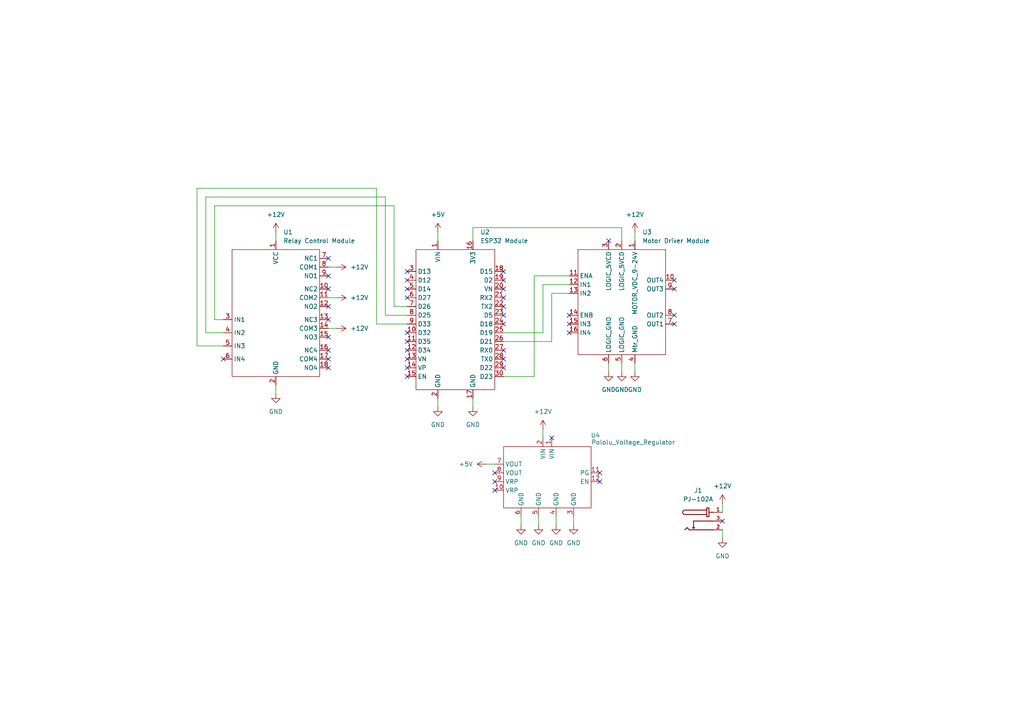
<source format=kicad_sch>
(kicad_sch (version 20250114) (generator "eeschema") (generator_version "9.0")
  (paper "A4")
  (lib_symbols
    (symbol "PJ-102A:PJ-102A" (pin_names (offset 1.016) (hide yes))
      (property "Reference" "J1" (at -1.9685 6.35 0))
      (property "Value" "PJ-102A" (at -1.9685 3.81 0))
      (symbol "PJ-102A_0_0"
        (polyline (pts (xy -5.842 0.635) (xy 0.508 0.635)) (stroke (width 0.254)))
        (arc (start -5.842 -0.635) (mid -6.477 0) (end -5.842 0.635) (stroke (width 0.254)))
        (polyline (pts (xy -5.842 -0.635) (xy 0.508 -0.635)) (stroke (width 0.254)))
        (polyline (pts (xy -5.207 -4.445) (xy -5.842 -5.08)) (stroke (width 0.254)))
        (polyline (pts (xy -4.572 -5.08) (xy -5.207 -4.445)) (stroke (width 0.254)))
        (polyline (pts (xy -3.556 -4.445) (xy -3.302 -4.699)) (stroke (width 0.254)))
        (polyline (pts (xy -3.302 -2.54) (xy -3.302 -4.445)) (stroke (width 0.254)))
        (polyline (pts (xy -3.302 -4.699) (xy -3.048 -4.445)) (stroke (width 0.254)))
        (polyline (pts (xy -3.048 -4.445) (xy -3.556 -4.445)) (stroke (width 0.254)))
        (polyline (pts (xy 0.508 1.27) (xy 0.508 -1.27)) (stroke (width 0.254)))
        (polyline (pts (xy 0.508 -1.27) (xy 1.143 -1.27)) (stroke (width 0.254)))
        (polyline (pts (xy 1.143 1.27) (xy 0.508 1.27)) (stroke (width 0.254)))
        (polyline (pts (xy 1.143 0) (xy 1.143 1.27)) (stroke (width 0.254)))
        (polyline (pts (xy 1.143 0) (xy 2.413 0)) (stroke (width 0.254)))
        (polyline (pts (xy 1.143 -1.27) (xy 1.143 0)) (stroke (width 0.254)))
        (polyline (pts (xy 2.413 -2.54) (xy -3.302 -2.54)) (stroke (width 0.254)))
        (polyline (pts (xy 2.54 -5.08) (xy -4.572 -5.08)) (stroke (width 0.254)))
        (pin power_out line (at 5.08 0 180) (length 2.54) (name "~") (number "1"))
        (pin power_out line (at 5.08 -2.54 180) (length 2.54) (name "~") (number "3"))
        (pin power_out line (at 5.08 -5.08 180) (length 2.54) (name "~") (number "2"))
      )
    )
    (symbol "TTB KiCAD Components:4_Relay_Module"
      (property "Reference" "U" (at 12.7 24.892 0))
      (property "Value" "Relay Control Module" (at 22.352 22.606 0))
      (symbol "4_Relay_Module_0_1"
        (rectangle (start -12.7 17.78) (end 12.7 -19.05))
      )
      (symbol "4_Relay_Module_1_0"
        (pin power_in line (at 0 20.32 270) (length 2.54) (name "VCC") (number "1"))
      )
      (symbol "4_Relay_Module_1_1"
        (pin input line (at -15.24 -2.54 0) (length 2.54) (name "IN1") (number "3"))
        (pin input line (at -15.24 -6.35 0) (length 2.54) (name "IN2") (number "4"))
        (pin input line (at -15.24 -10.16 0) (length 2.54) (name "IN3") (number "5"))
        (pin input line (at -15.24 -13.97 0) (length 2.54) (name "IN4") (number "6"))
        (pin power_in line (at 0 -21.59 90) (length 2.54) (name "GND") (number "2"))
        (pin input line (at 15.24 15.24 180) (length 2.54) (name "NC1") (number "7"))
        (pin power_in line (at 15.24 12.7 180) (length 2.54) (name "COM1") (number "8"))
        (pin input line (at 15.24 10.16 180) (length 2.54) (name "NO1") (number "9"))
        (pin input line (at 15.24 6.35 180) (length 2.54) (name "NC2") (number "10"))
        (pin power_in line (at 15.24 3.81 180) (length 2.54) (name "COM2") (number "11"))
        (pin input line (at 15.24 1.27 180) (length 2.54) (name "NO2") (number "12"))
        (pin input line (at 15.24 -2.54 180) (length 2.54) (name "NC3") (number "13"))
        (pin power_in line (at 15.24 -5.08 180) (length 2.54) (name "COM3") (number "14"))
        (pin input line (at 15.24 -7.62 180) (length 2.54) (name "NO3") (number "15"))
        (pin input line (at 15.24 -11.43 180) (length 2.54) (name "NC4") (number "16"))
        (pin power_in line (at 15.24 -13.97 180) (length 2.54) (name "COM4") (number "17"))
        (pin input line (at 15.24 -16.51 180) (length 2.54) (name "NO4") (number "18"))
      )
    )
    (symbol "TTB KiCAD Components:ESP32_DEVKIT_V1_TYPE_C"
      (property "Reference" "U" (at 11.938 26.416 0))
      (property "Value" "ESP32 Module" (at 18.034 24.13 0))
      (symbol "ESP32_DEVKIT_V1_TYPE_C_0_1"
        (rectangle (start -11.43 20.32) (end 11.43 -20.32))
      )
      (symbol "ESP32_DEVKIT_V1_TYPE_C_1_1"
        (pin output line (at -13.97 13.97 0) (length 2.54) (name "D13") (number "3"))
        (pin output line (at -13.97 11.43 0) (length 2.54) (name "D12") (number "4"))
        (pin output line (at -13.97 8.89 0) (length 2.54) (name "D14") (number "5"))
        (pin output line (at -13.97 6.35 0) (length 2.54) (name "D27") (number "6"))
        (pin output line (at -13.97 3.81 0) (length 2.54) (name "D26") (number "7"))
        (pin output line (at -13.97 1.27 0) (length 2.54) (name "D25") (number "8"))
        (pin output line (at -13.97 -1.27 0) (length 2.54) (name "D33") (number "9"))
        (pin output line (at -13.97 -3.81 0) (length 2.54) (name "D32") (number "10"))
        (pin output line (at -13.97 -6.35 0) (length 2.54) (name "D35") (number "11"))
        (pin output line (at -13.97 -8.89 0) (length 2.54) (name "D34") (number "12"))
        (pin output line (at -13.97 -11.43 0) (length 2.54) (name "VN") (number "13"))
        (pin output line (at -13.97 -13.97 0) (length 2.54) (name "VP") (number "14"))
        (pin output line (at -13.97 -16.51 0) (length 2.54) (name "EN") (number "15"))
        (pin power_in line (at -5.08 22.86 270) (length 2.54) (name "VIN") (number "1"))
        (pin power_in line (at -5.08 -22.86 90) (length 2.54) (name "GND") (number "2"))
        (pin power_out line (at 5.08 22.86 270) (length 2.54) (name "3V3") (number "16"))
        (pin power_in line (at 5.08 -22.86 90) (length 2.54) (name "GND") (number "17"))
        (pin output line (at 13.97 13.97 180) (length 2.54) (name "D15") (number "18"))
        (pin output line (at 13.97 11.43 180) (length 2.54) (name "D2") (number "19"))
        (pin output line (at 13.97 8.89 180) (length 2.54) (name "VN") (number "20"))
        (pin output line (at 13.97 6.35 180) (length 2.54) (name "RX2") (number "21"))
        (pin output line (at 13.97 3.81 180) (length 2.54) (name "TX2") (number "22"))
        (pin output line (at 13.97 1.27 180) (length 2.54) (name "D5") (number "23"))
        (pin output line (at 13.97 -1.27 180) (length 2.54) (name "D18") (number "24"))
        (pin output line (at 13.97 -3.81 180) (length 2.54) (name "D19") (number "25"))
        (pin output line (at 13.97 -6.35 180) (length 2.54) (name "D21") (number "26"))
        (pin output line (at 13.97 -8.89 180) (length 2.54) (name "RX0") (number "27"))
        (pin output line (at 13.97 -11.43 180) (length 2.54) (name "TX0") (number "28"))
        (pin output line (at 13.97 -13.97 180) (length 2.54) (name "D22") (number "29"))
        (pin output line (at 13.97 -16.51 180) (length 2.54) (name "D23") (number "30"))
      )
    )
    (symbol "TTB KiCAD Components:Pololu_Voltage_Regulator"
      (property "Reference" "U" (at 13.716 15.24 0))
      (property "Value" "Pololu_Voltage_Regulator" (at 25.146 12.954 0))
      (symbol "Pololu_Voltage_Regulator_0_1"
        (rectangle (start -12.7 8.89) (end 12.7 -8.89))
      )
      (symbol "Pololu_Voltage_Regulator_1_1"
        (pin power_out line (at -15.24 3.81 0) (length 2.54) (name "VOUT") (number "7"))
        (pin power_out line (at -15.24 1.27 0) (length 2.54) (name "VOUT") (number "8"))
        (pin power_out line (at -15.24 -1.27 0) (length 2.54) (name "VRP") (number "9"))
        (pin power_out line (at -15.24 -3.81 0) (length 2.54) (name "VRP") (number "10"))
        (pin power_in line (at -7.62 -11.43 90) (length 2.54) (name "GND") (number "6"))
        (pin power_in line (at -2.54 -11.43 90) (length 2.54) (name "GND") (number "5"))
        (pin power_in line (at -1.27 11.43 270) (length 2.54) (name "VIN") (number "2"))
        (pin power_in line (at 1.27 11.43 270) (length 2.54) (name "VIN") (number "1"))
        (pin power_in line (at 2.54 -11.43 90) (length 2.54) (name "GND") (number "4"))
        (pin power_in line (at 7.62 -11.43 90) (length 2.54) (name "GND") (number "3"))
        (pin output line (at 15.24 1.27 180) (length 2.54) (name "PG") (number "11"))
        (pin input line (at 15.24 -1.27 180) (length 2.54) (name "EN") (number "12"))
      )
    )
    (symbol "TTB KiCAD Components:XY-160D_Motor_Driver"
      (property "Reference" "U" (at 13.462 21.082 0))
      (property "Value" "Motor Driver Module" (at 22.352 19.05 0))
      (symbol "XY-160D_Motor_Driver_0_1"
        (rectangle (start -12.7 15.24) (end 12.7 -15.24))
      )
      (symbol "XY-160D_Motor_Driver_1_1"
        (pin input line (at -15.24 7.62 0) (length 2.54) (name "ENA") (number "11"))
        (pin input line (at -15.24 5.08 0) (length 2.54) (name "IN1") (number "12"))
        (pin input line (at -15.24 2.54 0) (length 2.54) (name "IN2") (number "13"))
        (pin input line (at -15.24 -3.81 0) (length 2.54) (name "ENB") (number "14"))
        (pin input line (at -15.24 -6.35 0) (length 2.54) (name "IN3") (number "15"))
        (pin input line (at -15.24 -8.89 0) (length 2.54) (name "IN4") (number "16"))
        (pin power_in line (at -3.81 17.78 270) (length 2.54) (name "LOGIC_5VCD") (number "3"))
        (pin power_in line (at -3.81 -17.78 90) (length 2.54) (name "LOGIC_GND") (number "6"))
        (pin power_in line (at 0 17.78 270) (length 2.54) (name "LOGIC_5VCD") (number "2"))
        (pin power_in line (at 0 -17.78 90) (length 2.54) (name "LOGIC_GND") (number "5"))
        (pin power_in line (at 3.81 17.78 270) (length 2.54) (name "MOTOR_VDC_9-24V") (number "1"))
        (pin power_in line (at 3.81 -17.78 90) (length 2.54) (name "Mtr_GND") (number "4"))
        (pin input line (at 15.24 6.35 180) (length 2.54) (name "OUT4") (number "10"))
        (pin input line (at 15.24 3.81 180) (length 2.54) (name "OUT3") (number "9"))
        (pin input line (at 15.24 -3.81 180) (length 2.54) (name "OUT2") (number "8"))
        (pin input line (at 15.24 -6.35 180) (length 2.54) (name "OUT1") (number "7"))
      )
    )
    (symbol "power:+12V" (power) (pin_numbers (hide yes)) (pin_names (offset 0) (hide yes))
      (property "Value" "+12V" (at 0 3.556 0))
      (symbol "+12V_0_1"
        (polyline (pts (xy -0.762 1.27) (xy 0 2.54)))
        (polyline (pts (xy 0 2.54) (xy 0.762 1.27)))
        (polyline (pts (xy 0 0) (xy 0 2.54)))
      )
      (symbol "+12V_1_1"
        (pin power_in line (at 0 0 90) (length 0) (name "~") (number "1"))
      )
    )
    (symbol "power:+5V" (power) (pin_numbers (hide yes)) (pin_names (offset 0) (hide yes))
      (property "Value" "+5V" (at 0 3.556 0))
      (symbol "+5V_0_1"
        (polyline (pts (xy -0.762 1.27) (xy 0 2.54)))
        (polyline (pts (xy 0 2.54) (xy 0.762 1.27)))
        (polyline (pts (xy 0 0) (xy 0 2.54)))
      )
      (symbol "+5V_1_1"
        (pin power_in line (at 0 0 90) (length 0) (name "~") (number "1"))
      )
    )
    (symbol "power:GND" (power) (pin_numbers (hide yes)) (pin_names (offset 0) (hide yes))
      (property "Value" "GND" (at 0 -3.81 0))
      (symbol "GND_0_1"
        (polyline (pts (xy 0 0) (xy 0 -1.27) (xy 1.27 -1.27) (xy 0 -2.54) (xy -1.27 -1.27) (xy 0 -1.27)))
      )
      (symbol "GND_1_1"
        (pin power_in line (at 0 0 270) (length 0) (name "~") (number "1"))
      )
    )
  )
  (no_connect (at 146.05 104.14))
  (no_connect (at 165.1 96.52))
  (no_connect (at 118.11 86.36))
  (no_connect (at 95.25 97.79))
  (no_connect (at 146.05 81.28))
  (no_connect (at 64.77 104.14))
  (no_connect (at 195.58 91.44))
  (no_connect (at 146.05 88.9))
  (no_connect (at 95.25 88.9))
  (no_connect (at 118.11 96.52))
  (no_connect (at 118.11 101.6))
  (no_connect (at 118.11 83.82))
  (no_connect (at 195.58 93.98))
  (no_connect (at 95.25 104.14))
  (no_connect (at 118.11 109.22))
  (no_connect (at 95.25 92.71))
  (no_connect (at 146.05 101.6))
  (no_connect (at 95.25 106.68))
  (no_connect (at 118.11 78.74))
  (no_connect (at 146.05 83.82))
  (no_connect (at 209.55 151.13))
  (no_connect (at 173.99 139.7))
  (no_connect (at 146.05 78.74))
  (no_connect (at 118.11 99.06))
  (no_connect (at 143.51 142.24))
  (no_connect (at 118.11 104.14))
  (no_connect (at 195.58 83.82))
  (no_connect (at 146.05 91.44))
  (no_connect (at 165.1 91.44))
  (no_connect (at 160.02 127))
  (no_connect (at 173.99 137.16))
  (no_connect (at 176.53 69.85))
  (no_connect (at 195.58 81.28))
  (no_connect (at 146.05 106.68))
  (no_connect (at 146.05 93.98))
  (no_connect (at 146.05 86.36))
  (no_connect (at 143.51 139.7))
  (no_connect (at 95.25 101.6))
  (no_connect (at 143.51 137.16))
  (no_connect (at 95.25 83.82))
  (no_connect (at 95.25 74.93))
  (no_connect (at 118.11 106.68))
  (no_connect (at 95.25 80.01))
  (no_connect (at 165.1 93.98))
  (no_connect (at 118.11 81.28))
  (wire (pts (xy 161.29 152.4) (xy 161.29 149.86)))
  (wire (pts (xy 114.3 59.69) (xy 62.23 59.69)))
  (wire (pts (xy 156.21 152.4) (xy 156.21 149.86)))
  (wire (pts (xy 59.69 96.52) (xy 64.77 96.52)))
  (wire (pts (xy 62.23 92.71) (xy 64.77 92.71)))
  (wire (pts (xy 80.01 111.76) (xy 80.01 114.3)))
  (wire (pts (xy 180.34 107.95) (xy 180.34 105.41)))
  (wire (pts (xy 137.16 66.04) (xy 180.34 66.04)))
  (wire (pts (xy 176.53 105.41) (xy 176.53 107.95)))
  (wire (pts (xy 154.94 80.01) (xy 165.1 80.01)))
  (wire (pts (xy 109.22 54.61) (xy 57.15 54.61)))
  (wire (pts (xy 59.69 57.15) (xy 59.69 96.52)))
  (wire (pts (xy 127 67.31) (xy 127 69.85)))
  (wire (pts (xy 184.15 105.41) (xy 184.15 107.95)))
  (wire (pts (xy 180.34 66.04) (xy 180.34 69.85)))
  (wire (pts (xy 151.13 152.4) (xy 151.13 149.86)))
  (wire (pts (xy 137.16 66.04) (xy 137.16 69.85)))
  (wire (pts (xy 157.48 82.55) (xy 157.48 96.52)))
  (wire (pts (xy 154.94 80.01) (xy 154.94 109.22)))
  (wire (pts (xy 80.01 67.31) (xy 80.01 69.85)))
  (wire (pts (xy 111.76 91.44) (xy 118.11 91.44)))
  (wire (pts (xy 137.16 118.11) (xy 137.16 115.57)))
  (wire (pts (xy 57.15 100.33) (xy 64.77 100.33)))
  (wire (pts (xy 62.23 59.69) (xy 62.23 92.71)))
  (wire (pts (xy 140.97 134.62) (xy 143.51 134.62)))
  (wire (pts (xy 57.15 54.61) (xy 57.15 100.33)))
  (wire (pts (xy 209.55 146.05) (xy 209.55 148.59)))
  (wire (pts (xy 166.37 152.4) (xy 166.37 149.86)))
  (wire (pts (xy 95.25 86.36) (xy 97.79 86.36)))
  (wire (pts (xy 160.02 99.06) (xy 146.05 99.06)))
  (wire (pts (xy 95.25 77.47) (xy 97.79 77.47)))
  (wire (pts (xy 157.48 96.52) (xy 146.05 96.52)))
  (wire (pts (xy 209.55 153.67) (xy 209.55 156.21)))
  (wire (pts (xy 59.69 57.15) (xy 111.76 57.15)))
  (wire (pts (xy 154.94 109.22) (xy 146.05 109.22)))
  (wire (pts (xy 109.22 93.98) (xy 109.22 54.61)))
  (wire (pts (xy 118.11 93.98) (xy 109.22 93.98)))
  (wire (pts (xy 111.76 57.15) (xy 111.76 91.44)))
  (wire (pts (xy 118.11 88.9) (xy 114.3 88.9)))
  (wire (pts (xy 114.3 88.9) (xy 114.3 59.69)))
  (wire (pts (xy 127 118.11) (xy 127 115.57)))
  (wire (pts (xy 160.02 85.09) (xy 160.02 99.06)))
  (wire (pts (xy 160.02 85.09) (xy 165.1 85.09)))
  (wire (pts (xy 157.48 124.46) (xy 157.48 127)))
  (wire (pts (xy 95.25 95.25) (xy 97.79 95.25)))
  (wire (pts (xy 157.48 82.55) (xy 165.1 82.55)))
  (wire (pts (xy 184.15 67.31) (xy 184.15 69.85)))
  (symbol (lib_id "power:GND") (at 184.15 107.95 0) (unit 1)
    (property "Reference" "#PWR9" (effects (hide yes)))
    (property "Value" "GND" (at 184.15 113.03 0))
    (property "Description" "Power symbol creates a global label with name \"GND\" , ground" (effects (hide yes)))
  )
  (symbol (lib_id "power:+12V") (at 157.48 124.46 0) (unit 1)
    (property "Reference" "#PWR017" (effects (hide yes)))
    (property "Value" "+12V" (at 157.48 119.38 0))
    (property "Description" "Power symbol creates a global label with name \"+12V\"" (effects (hide yes)))
  )
  (symbol (lib_id "TTB KiCAD Components:4_Relay_Module") (at 80.01 90.17 0) (unit 1)
    (property "Reference" "U1" (at 82.1533 67.31 0) (effects (justify left)))
    (property "Value" "Relay Control Module" (at 82.1533 69.85 0) (effects (justify left)))
    (property "Footprint" "TTB KiCAD Footprints:4 Relay Module" (effects (hide yes)))
  )
  (symbol (lib_id "TTB KiCAD Components:Pololu_Voltage_Regulator") (at 158.75 138.43 0) (unit 1)
    (property "Reference" "U4" (at 172.72 126.238 0))
    (property "Value" "Pololu_Voltage_Regulator" (at 183.642 128.27 0))
    (property "Footprint" "TTB KiCAD Footprints:Pololu Voltage Regulator" (effects (hide yes)))
  )
  (symbol (lib_id "power:+12V") (at 184.15 67.31 0) (unit 1)
    (property "Reference" "#PWR101" (effects (hide yes)))
    (property "Value" "+12V" (at 184.15 62.23 0))
    (property "Description" "Power symbol creates a global label with name \"+12V\"" (effects (hide yes)))
  )
  (symbol (lib_id "power:+12V") (at 209.55 146.05 0) (unit 1)
    (property "Reference" "#PWR018" (effects (hide yes)))
    (property "Value" "+12V" (at 209.55 140.97 0))
    (property "Description" "Power symbol creates a global label with name \"+12V\"" (effects (hide yes)))
  )
  (symbol (lib_id "power:+5V") (at 140.97 134.62 90) (unit 1)
    (property "Reference" "#PWR016" (effects (hide yes)))
    (property "Value" "+5V" (at 137.16 134.6199 90) (effects (justify left)))
    (property "Description" "Power symbol creates a global label with name \"+5V\"" (effects (hide yes)))
  )
  (symbol (lib_id "power:GND") (at 161.29 152.4 0) (unit 1)
    (property "Reference" "#PWR013" (effects (hide yes)))
    (property "Value" "GND" (at 161.29 157.48 0))
    (property "Description" "Power symbol creates a global label with name \"GND\" , ground" (effects (hide yes)))
  )
  (symbol (lib_id "power:+12V") (at 97.79 95.25 270) (unit 1)
    (property "Reference" "#PWR12" (effects (hide yes)))
    (property "Value" "+12V" (at 101.6 95.2499 90) (effects (justify left)))
    (property "Description" "Power symbol creates a global label with name \"+12V\"" (effects (hide yes)))
  )
  (symbol (lib_id "power:+12V") (at 97.79 86.36 270) (unit 1)
    (property "Reference" "#PWR11" (effects (hide yes)))
    (property "Value" "+12V" (at 101.6 86.3599 90) (effects (justify left)))
    (property "Description" "Power symbol creates a global label with name \"+12V\"" (effects (hide yes)))
  )
  (symbol (lib_id "power:+12V") (at 80.01 67.31 0) (unit 1)
    (property "Reference" "#PWR2" (effects (hide yes)))
    (property "Value" "+12V" (at 80.01 62.23 0))
    (property "Description" "Power symbol creates a global label with name \"+12V\"" (effects (hide yes)))
  )
  (symbol (lib_id "power:GND") (at 127 118.11 0) (unit 1)
    (property "Reference" "#PWR5" (effects (hide yes)))
    (property "Value" "GND" (at 127 123.19 0))
    (property "Description" "Power symbol creates a global label with name \"GND\" , ground" (effects (hide yes)))
  )
  (symbol (lib_id "power:+5V") (at 127 67.31 0) (unit 1)
    (property "Reference" "#PWR1" (effects (hide yes)))
    (property "Value" "+5V" (at 127 62.23 0))
    (property "Description" "Power symbol creates a global label with name \"+5V\"" (effects (hide yes)))
  )
  (symbol (lib_id "power:+12V") (at 97.79 77.47 270) (unit 1)
    (property "Reference" "#PWR10" (effects (hide yes)))
    (property "Value" "+12V" (at 101.6 77.4699 90) (effects (justify left)))
    (property "Description" "Power symbol creates a global label with name \"+12V\"" (effects (hide yes)))
  )
  (symbol (lib_id "power:GND") (at 156.21 152.4 0) (unit 1)
    (property "Reference" "#PWR014" (effects (hide yes)))
    (property "Value" "GND" (at 156.21 157.48 0))
    (property "Description" "Power symbol creates a global label with name \"GND\" , ground" (effects (hide yes)))
  )
  (symbol (lib_id "TTB KiCAD Components:XY-160D_Motor_Driver") (at 180.34 87.63 0) (unit 1)
    (property "Reference" "U3" (at 186.2933 67.31 0) (effects (justify left)))
    (property "Value" "Motor Driver Module" (at 186.2933 69.85 0) (effects (justify left)))
    (property "Footprint" "TTB KiCAD Footprints:XY-160D Motor Driver" (effects (hide yes)))
  )
  (symbol (lib_id "power:GND") (at 166.37 152.4 0) (unit 1)
    (property "Reference" "#PWR03" (effects (hide yes)))
    (property "Value" "GND" (at 166.37 157.48 0))
    (property "Description" "Power symbol creates a global label with name \"GND\" , ground" (effects (hide yes)))
  )
  (symbol (lib_id "power:GND") (at 209.55 156.21 0) (unit 1)
    (property "Reference" "#PWR019" (effects (hide yes)))
    (property "Value" "GND" (at 209.55 161.29 0))
    (property "Description" "Power symbol creates a global label with name \"GND\" , ground" (effects (hide yes)))
  )
  (symbol (lib_id "power:GND") (at 180.34 107.95 0) (unit 1)
    (property "Reference" "#PWR8" (effects (hide yes)))
    (property "Value" "GND" (at 180.34 113.03 0))
    (property "Description" "Power symbol creates a global label with name \"GND\" , ground" (effects (hide yes)))
  )
  (symbol (lib_id "PJ-102A:PJ-102A") (at 204.47 148.59 0) (unit 1)
    (property "Reference" "J1" (at 202.5015 142.24 0))
    (property "Value" "PJ-102A" (at 202.5015 144.78 0))
    (property "Footprint" "CUI_PJ-102A" (effects (hide yes)))
    (property "MF" "CUI" (effects (hide yes)))
    (property "DESCRIPTION" "2.0 mm Center Pin%2C 2.5 A%2C Right Angle%2C Through Hole%2C Tapered Pins%2C Dc Power Jack Connector" (effects (hide yes)))
    (property "PACKAGE" "None" (effects (hide yes)))
    (property "PRICE" "0.44 USD" (effects (hide yes)))
    (property "MP" "PJ-102A" (effects (hide yes)))
    (property "AVAILABILITY" "Good" (effects (hide yes)))
    (property "MANUFACTURER" "CUI inc" (effects (hide yes)))
  )
  (symbol (lib_id "power:GND") (at 137.16 118.11 0) (unit 1)
    (property "Reference" "#PWR6" (effects (hide yes)))
    (property "Value" "GND" (at 137.16 123.19 0))
    (property "Description" "Power symbol creates a global label with name \"GND\" , ground" (effects (hide yes)))
  )
  (symbol (lib_id "power:GND") (at 80.01 114.3 0) (unit 1)
    (property "Reference" "#PWR4" (effects (hide yes)))
    (property "Value" "GND" (at 80.01 119.38 0))
    (property "Description" "Power symbol creates a global label with name \"GND\" , ground" (effects (hide yes)))
  )
  (symbol (lib_id "power:GND") (at 176.53 107.95 0) (unit 1)
    (property "Reference" "#PWR7" (effects (hide yes)))
    (property "Value" "GND" (at 176.53 113.03 0))
    (property "Description" "Power symbol creates a global label with name \"GND\" , ground" (effects (hide yes)))
  )
  (symbol (lib_id "power:GND") (at 151.13 152.4 0) (unit 1)
    (property "Reference" "#PWR015" (effects (hide yes)))
    (property "Value" "GND" (at 151.13 157.48 0))
    (property "Description" "Power symbol creates a global label with name \"GND\" , ground" (effects (hide yes)))
  )
  (symbol (lib_id "TTB KiCAD Components:ESP32_DEVKIT_V1_TYPE_C") (at 132.08 92.71 0) (unit 1)
    (property "Reference" "U2" (at 139.3033 67.31 0) (effects (justify left)))
    (property "Value" "ESP32 Module" (at 139.3033 69.85 0) (effects (justify left)))
    (property "Footprint" "TTB KiCAD Footprints:ESP32_DEVKIT_V1_TYPE_C" (effects (hide yes)))
  )
)
</source>
